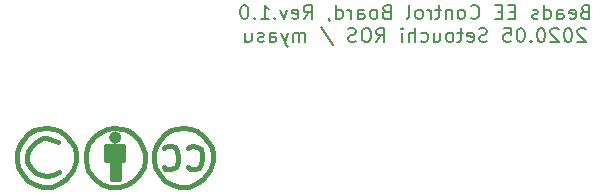
<source format=gbo>
%TF.GenerationSoftware,KiCad,Pcbnew,(5.1.6)-1*%
%TF.CreationDate,2020-05-24T17:59:59+09:00*%
%TF.ProjectId,BeadsEe,42656164-7345-4652-9e6b-696361645f70,Rev.1.0*%
%TF.SameCoordinates,Original*%
%TF.FileFunction,Legend,Bot*%
%TF.FilePolarity,Positive*%
%FSLAX46Y46*%
G04 Gerber Fmt 4.6, Leading zero omitted, Abs format (unit mm)*
G04 Created by KiCad (PCBNEW (5.1.6)-1) date 2020-05-24 17:59:59*
%MOMM*%
%LPD*%
G01*
G04 APERTURE LIST*
%ADD10C,0.150000*%
%ADD11C,0.381000*%
G04 APERTURE END LIST*
D10*
X160900857Y-78314285D02*
X160729428Y-78371428D01*
X160672285Y-78428571D01*
X160615142Y-78542857D01*
X160615142Y-78714285D01*
X160672285Y-78828571D01*
X160729428Y-78885714D01*
X160843714Y-78942857D01*
X161300857Y-78942857D01*
X161300857Y-77742857D01*
X160900857Y-77742857D01*
X160786571Y-77800000D01*
X160729428Y-77857142D01*
X160672285Y-77971428D01*
X160672285Y-78085714D01*
X160729428Y-78200000D01*
X160786571Y-78257142D01*
X160900857Y-78314285D01*
X161300857Y-78314285D01*
X159643714Y-78885714D02*
X159758000Y-78942857D01*
X159986571Y-78942857D01*
X160100857Y-78885714D01*
X160158000Y-78771428D01*
X160158000Y-78314285D01*
X160100857Y-78200000D01*
X159986571Y-78142857D01*
X159758000Y-78142857D01*
X159643714Y-78200000D01*
X159586571Y-78314285D01*
X159586571Y-78428571D01*
X160158000Y-78542857D01*
X158558000Y-78942857D02*
X158558000Y-78314285D01*
X158615142Y-78200000D01*
X158729428Y-78142857D01*
X158958000Y-78142857D01*
X159072285Y-78200000D01*
X158558000Y-78885714D02*
X158672285Y-78942857D01*
X158958000Y-78942857D01*
X159072285Y-78885714D01*
X159129428Y-78771428D01*
X159129428Y-78657142D01*
X159072285Y-78542857D01*
X158958000Y-78485714D01*
X158672285Y-78485714D01*
X158558000Y-78428571D01*
X157472285Y-78942857D02*
X157472285Y-77742857D01*
X157472285Y-78885714D02*
X157586571Y-78942857D01*
X157815142Y-78942857D01*
X157929428Y-78885714D01*
X157986571Y-78828571D01*
X158043714Y-78714285D01*
X158043714Y-78371428D01*
X157986571Y-78257142D01*
X157929428Y-78200000D01*
X157815142Y-78142857D01*
X157586571Y-78142857D01*
X157472285Y-78200000D01*
X156958000Y-78885714D02*
X156843714Y-78942857D01*
X156615142Y-78942857D01*
X156500857Y-78885714D01*
X156443714Y-78771428D01*
X156443714Y-78714285D01*
X156500857Y-78600000D01*
X156615142Y-78542857D01*
X156786571Y-78542857D01*
X156900857Y-78485714D01*
X156958000Y-78371428D01*
X156958000Y-78314285D01*
X156900857Y-78200000D01*
X156786571Y-78142857D01*
X156615142Y-78142857D01*
X156500857Y-78200000D01*
X155015142Y-78314285D02*
X154615142Y-78314285D01*
X154443714Y-78942857D02*
X155015142Y-78942857D01*
X155015142Y-77742857D01*
X154443714Y-77742857D01*
X153929428Y-78314285D02*
X153529428Y-78314285D01*
X153358000Y-78942857D02*
X153929428Y-78942857D01*
X153929428Y-77742857D01*
X153358000Y-77742857D01*
X151243714Y-78828571D02*
X151300857Y-78885714D01*
X151472285Y-78942857D01*
X151586571Y-78942857D01*
X151758000Y-78885714D01*
X151872285Y-78771428D01*
X151929428Y-78657142D01*
X151986571Y-78428571D01*
X151986571Y-78257142D01*
X151929428Y-78028571D01*
X151872285Y-77914285D01*
X151758000Y-77800000D01*
X151586571Y-77742857D01*
X151472285Y-77742857D01*
X151300857Y-77800000D01*
X151243714Y-77857142D01*
X150558000Y-78942857D02*
X150672285Y-78885714D01*
X150729428Y-78828571D01*
X150786571Y-78714285D01*
X150786571Y-78371428D01*
X150729428Y-78257142D01*
X150672285Y-78200000D01*
X150558000Y-78142857D01*
X150386571Y-78142857D01*
X150272285Y-78200000D01*
X150215142Y-78257142D01*
X150158000Y-78371428D01*
X150158000Y-78714285D01*
X150215142Y-78828571D01*
X150272285Y-78885714D01*
X150386571Y-78942857D01*
X150558000Y-78942857D01*
X149643714Y-78142857D02*
X149643714Y-78942857D01*
X149643714Y-78257142D02*
X149586571Y-78200000D01*
X149472285Y-78142857D01*
X149300857Y-78142857D01*
X149186571Y-78200000D01*
X149129428Y-78314285D01*
X149129428Y-78942857D01*
X148729428Y-78142857D02*
X148272285Y-78142857D01*
X148558000Y-77742857D02*
X148558000Y-78771428D01*
X148500857Y-78885714D01*
X148386571Y-78942857D01*
X148272285Y-78942857D01*
X147872285Y-78942857D02*
X147872285Y-78142857D01*
X147872285Y-78371428D02*
X147815142Y-78257142D01*
X147758000Y-78200000D01*
X147643714Y-78142857D01*
X147529428Y-78142857D01*
X146958000Y-78942857D02*
X147072285Y-78885714D01*
X147129428Y-78828571D01*
X147186571Y-78714285D01*
X147186571Y-78371428D01*
X147129428Y-78257142D01*
X147072285Y-78200000D01*
X146958000Y-78142857D01*
X146786571Y-78142857D01*
X146672285Y-78200000D01*
X146615142Y-78257142D01*
X146558000Y-78371428D01*
X146558000Y-78714285D01*
X146615142Y-78828571D01*
X146672285Y-78885714D01*
X146786571Y-78942857D01*
X146958000Y-78942857D01*
X145872285Y-78942857D02*
X145986571Y-78885714D01*
X146043714Y-78771428D01*
X146043714Y-77742857D01*
X144100857Y-78314285D02*
X143929428Y-78371428D01*
X143872285Y-78428571D01*
X143815142Y-78542857D01*
X143815142Y-78714285D01*
X143872285Y-78828571D01*
X143929428Y-78885714D01*
X144043714Y-78942857D01*
X144500857Y-78942857D01*
X144500857Y-77742857D01*
X144100857Y-77742857D01*
X143986571Y-77800000D01*
X143929428Y-77857142D01*
X143872285Y-77971428D01*
X143872285Y-78085714D01*
X143929428Y-78200000D01*
X143986571Y-78257142D01*
X144100857Y-78314285D01*
X144500857Y-78314285D01*
X143129428Y-78942857D02*
X143243714Y-78885714D01*
X143300857Y-78828571D01*
X143358000Y-78714285D01*
X143358000Y-78371428D01*
X143300857Y-78257142D01*
X143243714Y-78200000D01*
X143129428Y-78142857D01*
X142958000Y-78142857D01*
X142843714Y-78200000D01*
X142786571Y-78257142D01*
X142729428Y-78371428D01*
X142729428Y-78714285D01*
X142786571Y-78828571D01*
X142843714Y-78885714D01*
X142958000Y-78942857D01*
X143129428Y-78942857D01*
X141700857Y-78942857D02*
X141700857Y-78314285D01*
X141758000Y-78200000D01*
X141872285Y-78142857D01*
X142100857Y-78142857D01*
X142215142Y-78200000D01*
X141700857Y-78885714D02*
X141815142Y-78942857D01*
X142100857Y-78942857D01*
X142215142Y-78885714D01*
X142272285Y-78771428D01*
X142272285Y-78657142D01*
X142215142Y-78542857D01*
X142100857Y-78485714D01*
X141815142Y-78485714D01*
X141700857Y-78428571D01*
X141129428Y-78942857D02*
X141129428Y-78142857D01*
X141129428Y-78371428D02*
X141072285Y-78257142D01*
X141015142Y-78200000D01*
X140900857Y-78142857D01*
X140786571Y-78142857D01*
X139872285Y-78942857D02*
X139872285Y-77742857D01*
X139872285Y-78885714D02*
X139986571Y-78942857D01*
X140215142Y-78942857D01*
X140329428Y-78885714D01*
X140386571Y-78828571D01*
X140443714Y-78714285D01*
X140443714Y-78371428D01*
X140386571Y-78257142D01*
X140329428Y-78200000D01*
X140215142Y-78142857D01*
X139986571Y-78142857D01*
X139872285Y-78200000D01*
X139243714Y-78885714D02*
X139243714Y-78942857D01*
X139300857Y-79057142D01*
X139358000Y-79114285D01*
X137129428Y-78942857D02*
X137529428Y-78371428D01*
X137815142Y-78942857D02*
X137815142Y-77742857D01*
X137358000Y-77742857D01*
X137243714Y-77800000D01*
X137186571Y-77857142D01*
X137129428Y-77971428D01*
X137129428Y-78142857D01*
X137186571Y-78257142D01*
X137243714Y-78314285D01*
X137358000Y-78371428D01*
X137815142Y-78371428D01*
X136158000Y-78885714D02*
X136272285Y-78942857D01*
X136500857Y-78942857D01*
X136615142Y-78885714D01*
X136672285Y-78771428D01*
X136672285Y-78314285D01*
X136615142Y-78200000D01*
X136500857Y-78142857D01*
X136272285Y-78142857D01*
X136158000Y-78200000D01*
X136100857Y-78314285D01*
X136100857Y-78428571D01*
X136672285Y-78542857D01*
X135700857Y-78142857D02*
X135415142Y-78942857D01*
X135129428Y-78142857D01*
X134672285Y-78828571D02*
X134615142Y-78885714D01*
X134672285Y-78942857D01*
X134729428Y-78885714D01*
X134672285Y-78828571D01*
X134672285Y-78942857D01*
X133472285Y-78942857D02*
X134157999Y-78942857D01*
X133815142Y-78942857D02*
X133815142Y-77742857D01*
X133929428Y-77914285D01*
X134043714Y-78028571D01*
X134157999Y-78085714D01*
X132957999Y-78828571D02*
X132900857Y-78885714D01*
X132957999Y-78942857D01*
X133015142Y-78885714D01*
X132957999Y-78828571D01*
X132957999Y-78942857D01*
X132157999Y-77742857D02*
X132043714Y-77742857D01*
X131929428Y-77800000D01*
X131872285Y-77857142D01*
X131815142Y-77971428D01*
X131757999Y-78200000D01*
X131757999Y-78485714D01*
X131815142Y-78714285D01*
X131872285Y-78828571D01*
X131929428Y-78885714D01*
X132043714Y-78942857D01*
X132157999Y-78942857D01*
X132272285Y-78885714D01*
X132329428Y-78828571D01*
X132386571Y-78714285D01*
X132443714Y-78485714D01*
X132443714Y-78200000D01*
X132386571Y-77971428D01*
X132329428Y-77857142D01*
X132272285Y-77800000D01*
X132157999Y-77742857D01*
X160986571Y-79807142D02*
X160929428Y-79750000D01*
X160815142Y-79692857D01*
X160529428Y-79692857D01*
X160415142Y-79750000D01*
X160358000Y-79807142D01*
X160300857Y-79921428D01*
X160300857Y-80035714D01*
X160358000Y-80207142D01*
X161043714Y-80892857D01*
X160300857Y-80892857D01*
X159558000Y-79692857D02*
X159443714Y-79692857D01*
X159329428Y-79750000D01*
X159272285Y-79807142D01*
X159215142Y-79921428D01*
X159158000Y-80150000D01*
X159158000Y-80435714D01*
X159215142Y-80664285D01*
X159272285Y-80778571D01*
X159329428Y-80835714D01*
X159443714Y-80892857D01*
X159558000Y-80892857D01*
X159672285Y-80835714D01*
X159729428Y-80778571D01*
X159786571Y-80664285D01*
X159843714Y-80435714D01*
X159843714Y-80150000D01*
X159786571Y-79921428D01*
X159729428Y-79807142D01*
X159672285Y-79750000D01*
X159558000Y-79692857D01*
X158700857Y-79807142D02*
X158643714Y-79750000D01*
X158529428Y-79692857D01*
X158243714Y-79692857D01*
X158129428Y-79750000D01*
X158072285Y-79807142D01*
X158015142Y-79921428D01*
X158015142Y-80035714D01*
X158072285Y-80207142D01*
X158758000Y-80892857D01*
X158015142Y-80892857D01*
X157272285Y-79692857D02*
X157158000Y-79692857D01*
X157043714Y-79750000D01*
X156986571Y-79807142D01*
X156929428Y-79921428D01*
X156872285Y-80150000D01*
X156872285Y-80435714D01*
X156929428Y-80664285D01*
X156986571Y-80778571D01*
X157043714Y-80835714D01*
X157158000Y-80892857D01*
X157272285Y-80892857D01*
X157386571Y-80835714D01*
X157443714Y-80778571D01*
X157500857Y-80664285D01*
X157558000Y-80435714D01*
X157558000Y-80150000D01*
X157500857Y-79921428D01*
X157443714Y-79807142D01*
X157386571Y-79750000D01*
X157272285Y-79692857D01*
X156358000Y-80778571D02*
X156300857Y-80835714D01*
X156358000Y-80892857D01*
X156415142Y-80835714D01*
X156358000Y-80778571D01*
X156358000Y-80892857D01*
X155558000Y-79692857D02*
X155443714Y-79692857D01*
X155329428Y-79750000D01*
X155272285Y-79807142D01*
X155215142Y-79921428D01*
X155158000Y-80150000D01*
X155158000Y-80435714D01*
X155215142Y-80664285D01*
X155272285Y-80778571D01*
X155329428Y-80835714D01*
X155443714Y-80892857D01*
X155558000Y-80892857D01*
X155672285Y-80835714D01*
X155729428Y-80778571D01*
X155786571Y-80664285D01*
X155843714Y-80435714D01*
X155843714Y-80150000D01*
X155786571Y-79921428D01*
X155729428Y-79807142D01*
X155672285Y-79750000D01*
X155558000Y-79692857D01*
X154072285Y-79692857D02*
X154643714Y-79692857D01*
X154700857Y-80264285D01*
X154643714Y-80207142D01*
X154529428Y-80150000D01*
X154243714Y-80150000D01*
X154129428Y-80207142D01*
X154072285Y-80264285D01*
X154015142Y-80378571D01*
X154015142Y-80664285D01*
X154072285Y-80778571D01*
X154129428Y-80835714D01*
X154243714Y-80892857D01*
X154529428Y-80892857D01*
X154643714Y-80835714D01*
X154700857Y-80778571D01*
X152643714Y-80835714D02*
X152472285Y-80892857D01*
X152186571Y-80892857D01*
X152072285Y-80835714D01*
X152015142Y-80778571D01*
X151958000Y-80664285D01*
X151958000Y-80550000D01*
X152015142Y-80435714D01*
X152072285Y-80378571D01*
X152186571Y-80321428D01*
X152415142Y-80264285D01*
X152529428Y-80207142D01*
X152586571Y-80150000D01*
X152643714Y-80035714D01*
X152643714Y-79921428D01*
X152586571Y-79807142D01*
X152529428Y-79750000D01*
X152415142Y-79692857D01*
X152129428Y-79692857D01*
X151958000Y-79750000D01*
X150986571Y-80835714D02*
X151100857Y-80892857D01*
X151329428Y-80892857D01*
X151443714Y-80835714D01*
X151500857Y-80721428D01*
X151500857Y-80264285D01*
X151443714Y-80150000D01*
X151329428Y-80092857D01*
X151100857Y-80092857D01*
X150986571Y-80150000D01*
X150929428Y-80264285D01*
X150929428Y-80378571D01*
X151500857Y-80492857D01*
X150586571Y-80092857D02*
X150129428Y-80092857D01*
X150415142Y-79692857D02*
X150415142Y-80721428D01*
X150358000Y-80835714D01*
X150243714Y-80892857D01*
X150129428Y-80892857D01*
X149558000Y-80892857D02*
X149672285Y-80835714D01*
X149729428Y-80778571D01*
X149786571Y-80664285D01*
X149786571Y-80321428D01*
X149729428Y-80207142D01*
X149672285Y-80150000D01*
X149558000Y-80092857D01*
X149386571Y-80092857D01*
X149272285Y-80150000D01*
X149215142Y-80207142D01*
X149158000Y-80321428D01*
X149158000Y-80664285D01*
X149215142Y-80778571D01*
X149272285Y-80835714D01*
X149386571Y-80892857D01*
X149558000Y-80892857D01*
X148129428Y-80092857D02*
X148129428Y-80892857D01*
X148643714Y-80092857D02*
X148643714Y-80721428D01*
X148586571Y-80835714D01*
X148472285Y-80892857D01*
X148300857Y-80892857D01*
X148186571Y-80835714D01*
X148129428Y-80778571D01*
X147043714Y-80835714D02*
X147158000Y-80892857D01*
X147386571Y-80892857D01*
X147500857Y-80835714D01*
X147558000Y-80778571D01*
X147615142Y-80664285D01*
X147615142Y-80321428D01*
X147558000Y-80207142D01*
X147500857Y-80150000D01*
X147386571Y-80092857D01*
X147158000Y-80092857D01*
X147043714Y-80150000D01*
X146529428Y-80892857D02*
X146529428Y-79692857D01*
X146015142Y-80892857D02*
X146015142Y-80264285D01*
X146072285Y-80150000D01*
X146186571Y-80092857D01*
X146358000Y-80092857D01*
X146472285Y-80150000D01*
X146529428Y-80207142D01*
X145443714Y-80892857D02*
X145443714Y-80092857D01*
X145443714Y-79692857D02*
X145500857Y-79750000D01*
X145443714Y-79807142D01*
X145386571Y-79750000D01*
X145443714Y-79692857D01*
X145443714Y-79807142D01*
X143272285Y-80892857D02*
X143672285Y-80321428D01*
X143958000Y-80892857D02*
X143958000Y-79692857D01*
X143500857Y-79692857D01*
X143386571Y-79750000D01*
X143329428Y-79807142D01*
X143272285Y-79921428D01*
X143272285Y-80092857D01*
X143329428Y-80207142D01*
X143386571Y-80264285D01*
X143500857Y-80321428D01*
X143958000Y-80321428D01*
X142529428Y-79692857D02*
X142300857Y-79692857D01*
X142186571Y-79750000D01*
X142072285Y-79864285D01*
X142015142Y-80092857D01*
X142015142Y-80492857D01*
X142072285Y-80721428D01*
X142186571Y-80835714D01*
X142300857Y-80892857D01*
X142529428Y-80892857D01*
X142643714Y-80835714D01*
X142758000Y-80721428D01*
X142815142Y-80492857D01*
X142815142Y-80092857D01*
X142758000Y-79864285D01*
X142643714Y-79750000D01*
X142529428Y-79692857D01*
X141558000Y-80835714D02*
X141386571Y-80892857D01*
X141100857Y-80892857D01*
X140986571Y-80835714D01*
X140929428Y-80778571D01*
X140872285Y-80664285D01*
X140872285Y-80550000D01*
X140929428Y-80435714D01*
X140986571Y-80378571D01*
X141100857Y-80321428D01*
X141329428Y-80264285D01*
X141443714Y-80207142D01*
X141500857Y-80150000D01*
X141558000Y-80035714D01*
X141558000Y-79921428D01*
X141500857Y-79807142D01*
X141443714Y-79750000D01*
X141329428Y-79692857D01*
X141043714Y-79692857D01*
X140872285Y-79750000D01*
X138586571Y-79635714D02*
X139615142Y-81178571D01*
X137272285Y-80892857D02*
X137272285Y-80092857D01*
X137272285Y-80207142D02*
X137215142Y-80150000D01*
X137100857Y-80092857D01*
X136929428Y-80092857D01*
X136815142Y-80150000D01*
X136758000Y-80264285D01*
X136758000Y-80892857D01*
X136758000Y-80264285D02*
X136700857Y-80150000D01*
X136586571Y-80092857D01*
X136415142Y-80092857D01*
X136300857Y-80150000D01*
X136243714Y-80264285D01*
X136243714Y-80892857D01*
X135786571Y-80092857D02*
X135500857Y-80892857D01*
X135215142Y-80092857D02*
X135500857Y-80892857D01*
X135615142Y-81178571D01*
X135672285Y-81235714D01*
X135786571Y-81292857D01*
X134243714Y-80892857D02*
X134243714Y-80264285D01*
X134300857Y-80150000D01*
X134415142Y-80092857D01*
X134643714Y-80092857D01*
X134758000Y-80150000D01*
X134243714Y-80835714D02*
X134358000Y-80892857D01*
X134643714Y-80892857D01*
X134758000Y-80835714D01*
X134815142Y-80721428D01*
X134815142Y-80607142D01*
X134758000Y-80492857D01*
X134643714Y-80435714D01*
X134358000Y-80435714D01*
X134243714Y-80378571D01*
X133729428Y-80835714D02*
X133615142Y-80892857D01*
X133386571Y-80892857D01*
X133272285Y-80835714D01*
X133215142Y-80721428D01*
X133215142Y-80664285D01*
X133272285Y-80550000D01*
X133386571Y-80492857D01*
X133558000Y-80492857D01*
X133672285Y-80435714D01*
X133729428Y-80321428D01*
X133729428Y-80264285D01*
X133672285Y-80150000D01*
X133558000Y-80092857D01*
X133386571Y-80092857D01*
X133272285Y-80150000D01*
X132186571Y-80092857D02*
X132186571Y-80892857D01*
X132700857Y-80092857D02*
X132700857Y-80721428D01*
X132643714Y-80835714D01*
X132529428Y-80892857D01*
X132358000Y-80892857D01*
X132243714Y-80835714D01*
X132186571Y-80778571D01*
D11*
%TO.C,H2*%
X125412360Y-92653180D02*
X124914520Y-92155340D01*
X129113140Y-89455320D02*
X129313800Y-89854100D01*
X124914520Y-89153060D02*
X125412360Y-88655220D01*
X126514720Y-91052980D02*
X126314060Y-91454300D01*
X128513700Y-90354480D02*
X128513700Y-90753260D01*
X124414140Y-90255420D02*
X124612260Y-89653440D01*
X127312280Y-89854100D02*
X127413880Y-89755040D01*
X128213980Y-91553360D02*
X127914260Y-91654960D01*
X127512940Y-91654960D02*
X127312280Y-91454300D01*
X126613780Y-93153560D02*
X126014340Y-92955440D01*
X125912740Y-88352960D02*
X126314060Y-88253900D01*
X126314060Y-88253900D02*
X126913500Y-88154840D01*
X126212460Y-89755040D02*
X126413120Y-90153820D01*
X126014340Y-92955440D02*
X125412360Y-92653180D01*
X125412360Y-89755040D02*
X125613020Y-89653440D01*
X125613020Y-89653440D02*
X125912740Y-89653440D01*
X129412860Y-90953920D02*
X129214740Y-91754020D01*
X124414140Y-90854860D02*
X124414140Y-90255420D01*
X125714620Y-91654960D02*
X125412360Y-91654960D01*
X125912740Y-91654960D02*
X125714620Y-91654960D01*
X128612760Y-92455060D02*
X128112380Y-92853840D01*
X127413880Y-89755040D02*
X127713600Y-89653440D01*
X127012560Y-88154840D02*
X127614540Y-88253900D01*
X125313300Y-89854100D02*
X125412360Y-89755040D01*
X128112380Y-92853840D02*
X127413880Y-93153560D01*
X127413880Y-93153560D02*
X126613780Y-93153560D01*
X126314060Y-91454300D02*
X125912740Y-91654960D01*
X129412860Y-90354480D02*
X129412860Y-90953920D01*
X128414640Y-91253640D02*
X128213980Y-91553360D01*
X128112380Y-88454560D02*
X128612760Y-88853340D01*
X124914520Y-92155340D02*
X124513200Y-91454300D01*
X128112380Y-89755040D02*
X128414640Y-89953160D01*
X127614540Y-88253900D02*
X128112380Y-88454560D01*
X127713600Y-89653440D02*
X128112380Y-89755040D01*
X129313800Y-89854100D02*
X129412860Y-90354480D01*
X125412360Y-91654960D02*
X125313300Y-91454300D01*
X128513700Y-90753260D02*
X128414640Y-91253640D01*
X124513200Y-91454300D02*
X124414140Y-90854860D01*
X124612260Y-89653440D02*
X124914520Y-89153060D01*
X128612760Y-88853340D02*
X129113140Y-89455320D01*
X127914260Y-91654960D02*
X127512940Y-91654960D01*
X126913500Y-88154840D02*
X127012560Y-88154840D01*
X125412360Y-88655220D02*
X125912740Y-88352960D01*
X129214740Y-91754020D02*
X128612760Y-92455060D01*
X126413120Y-90153820D02*
X126514720Y-90654200D01*
X126514720Y-90654200D02*
X126514720Y-91052980D01*
X125912740Y-89653440D02*
X126212460Y-89755040D01*
X128414640Y-89953160D02*
X128513700Y-90354480D01*
X115816380Y-89151460D02*
X116316760Y-89352120D01*
X117015260Y-88851740D02*
X117515640Y-89453720D01*
X113715800Y-91051380D02*
X113715800Y-90652600D01*
X114015520Y-91551760D02*
X113715800Y-91051380D01*
X113715800Y-90652600D02*
X113814860Y-90152220D01*
X113814860Y-90152220D02*
X114117120Y-89651840D01*
X114117120Y-89651840D02*
X114416840Y-89352120D01*
X114416840Y-89352120D02*
X115016280Y-89052400D01*
X114416840Y-91953080D02*
X114015520Y-91551760D01*
X115016280Y-89052400D02*
X115415060Y-89052400D01*
X115316000Y-88153240D02*
X115415060Y-88153240D01*
X114917220Y-92153740D02*
X114416840Y-91953080D01*
X116514880Y-88452960D02*
X117015260Y-88851740D01*
X115415060Y-92252800D02*
X114917220Y-92153740D01*
X115415060Y-89052400D02*
X115816380Y-89151460D01*
X116017040Y-88252300D02*
X116514880Y-88452960D01*
X117515640Y-89453720D02*
X117716300Y-89852500D01*
X115415060Y-88153240D02*
X116017040Y-88252300D01*
X117716300Y-89852500D02*
X117815360Y-90352880D01*
X117815360Y-90352880D02*
X117815360Y-90952320D01*
X116415820Y-91851480D02*
X115915440Y-92153740D01*
X115915440Y-92153740D02*
X115415060Y-92252800D01*
X117815360Y-90952320D02*
X117617240Y-91752420D01*
X117617240Y-91752420D02*
X117015260Y-92453460D01*
X117015260Y-92453460D02*
X116514880Y-92852240D01*
X112816640Y-90253820D02*
X113014760Y-89651840D01*
X115016280Y-93151960D02*
X114416840Y-92953840D01*
X113814860Y-92651580D02*
X113317020Y-92153740D01*
X113814860Y-88653620D02*
X114315240Y-88351360D01*
X113317020Y-89151460D02*
X113814860Y-88653620D01*
X112816640Y-90853260D02*
X112816640Y-90253820D01*
X114716560Y-88252300D02*
X115316000Y-88153240D01*
X115816380Y-93151960D02*
X115016280Y-93151960D01*
X113014760Y-89651840D02*
X113317020Y-89151460D01*
X114315240Y-88351360D02*
X114716560Y-88252300D01*
X116514880Y-92852240D02*
X115816380Y-93151960D01*
X112915700Y-91452700D02*
X112816640Y-90853260D01*
X114416840Y-92953840D02*
X113814860Y-92651580D01*
X113317020Y-92153740D02*
X112915700Y-91452700D01*
X119458740Y-92471240D02*
X119959120Y-92870020D01*
X120357900Y-89669620D02*
X121859040Y-89669620D01*
X121859040Y-89669620D02*
X121859040Y-90871040D01*
X121473666Y-88971120D02*
G75*
G03*
X121473666Y-88971120I-315666J0D01*
G01*
X121457720Y-93169740D02*
X122057160Y-92971620D01*
X121058940Y-88171020D02*
X120456960Y-88270080D01*
X120858280Y-92471240D02*
X121358660Y-92471240D01*
X120858280Y-90970100D02*
X120858280Y-92471240D01*
X118757700Y-89870280D02*
X118658640Y-90370660D01*
X118856760Y-91770200D02*
X119458740Y-92471240D01*
X123156980Y-92171520D02*
X123558300Y-91470480D01*
X121457720Y-92471240D02*
X121457720Y-90871040D01*
X118658640Y-90970100D02*
X118856760Y-91770200D01*
X120657620Y-93169740D02*
X121457720Y-93169740D01*
X123657360Y-90871040D02*
X123657360Y-90271600D01*
X122659140Y-88671400D02*
X122158760Y-88369140D01*
X120456960Y-88270080D02*
X119959120Y-88470740D01*
X122158760Y-88369140D02*
X121757440Y-88270080D01*
X121757440Y-88270080D02*
X121158000Y-88171020D01*
X119458740Y-88869520D02*
X118958360Y-89471500D01*
X121158000Y-90970100D02*
X121158000Y-92270580D01*
X121658380Y-90271600D02*
X120456960Y-90271600D01*
X120456960Y-89969340D02*
X121757440Y-89969340D01*
X121257060Y-92471240D02*
X121457720Y-92471240D01*
X121859040Y-90871040D02*
X120357900Y-90871040D01*
X120357900Y-90871040D02*
X120357900Y-89669620D01*
X118958360Y-89471500D02*
X118757700Y-89870280D01*
X122659140Y-92669360D02*
X123156980Y-92171520D01*
X123657360Y-90271600D02*
X123459240Y-89669620D01*
X123459240Y-89669620D02*
X123156980Y-89169240D01*
X120357900Y-90571320D02*
X121658380Y-90571320D01*
X122057160Y-92971620D02*
X122659140Y-92669360D01*
X121158000Y-88171020D02*
X121058940Y-88171020D01*
X123558300Y-91470480D02*
X123657360Y-90871040D01*
X119959120Y-92870020D02*
X120657620Y-93169740D01*
X123156980Y-89169240D02*
X122659140Y-88671400D01*
X119959120Y-88470740D02*
X119458740Y-88869520D01*
X118658640Y-90370660D02*
X118658640Y-90970100D01*
X121158000Y-88770460D02*
X121158000Y-89169240D01*
%TD*%
M02*

</source>
